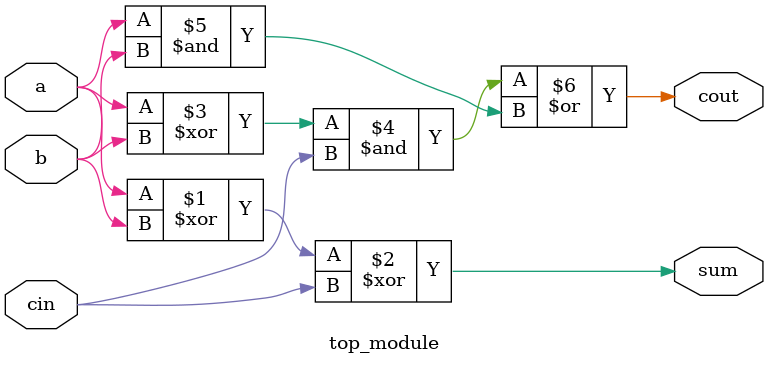
<source format=v>
module top_module (
    input  a,
    b,
    cin,
    output cout,
    sum
);

  assign sum  = a ^ b ^ cin;
  assign cout = (a ^ b) & cin | (a & b);

endmodule

</source>
